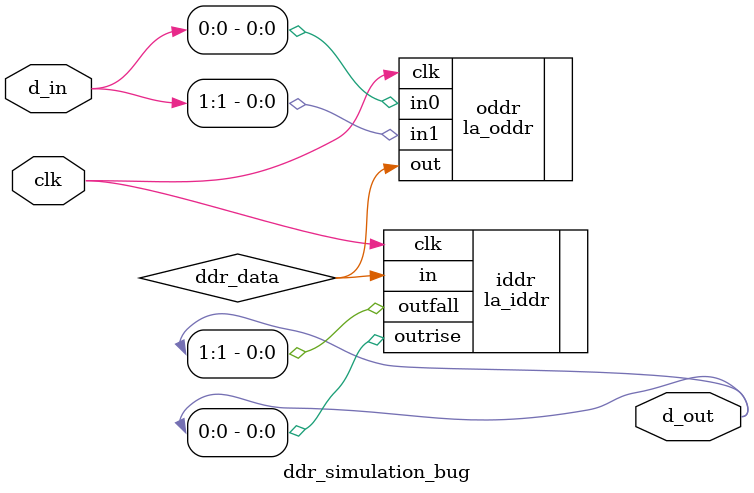
<source format=v>
module ddr_simulation_bug (
  input        clk,
  input  [1:0] d_in,
  output [1:0] d_out
);

  wire ddr_data;
  la_oddr oddr  (.clk(clk), .in0(d_in[0]), .in1(d_in[1]), .out(ddr_data));
  la_iddr iddr  (.clk(clk), .in(ddr_data), .outrise(d_out[0]), .outfall(d_out[1]));

endmodule

</source>
